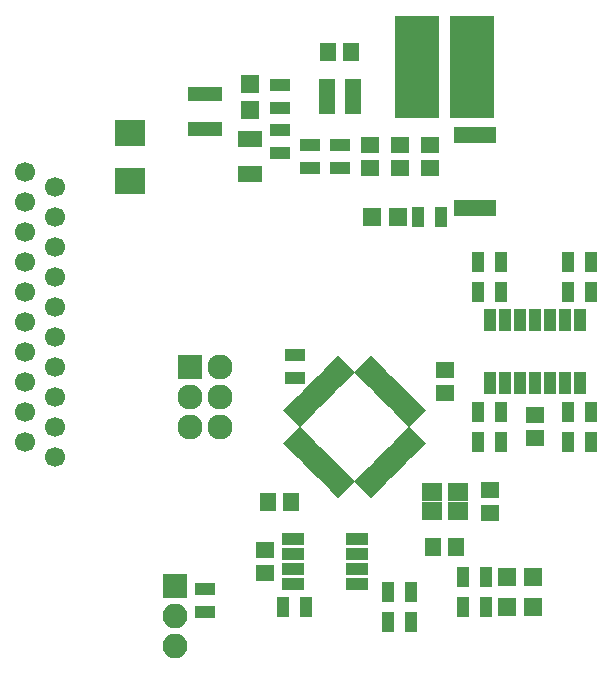
<source format=gbr>
G04 #@! TF.FileFunction,Soldermask,Top*
%FSLAX46Y46*%
G04 Gerber Fmt 4.6, Leading zero omitted, Abs format (unit mm)*
G04 Created by KiCad (PCBNEW 4.0.7-e2-6376~58~ubuntu16.04.1) date Mon Feb 12 21:41:58 2018*
%MOMM*%
%LPD*%
G01*
G04 APERTURE LIST*
%ADD10C,0.100000*%
%ADD11R,1.400000X1.650000*%
%ADD12R,1.650000X1.400000*%
%ADD13R,2.000000X1.400000*%
%ADD14R,1.600000X1.600000*%
%ADD15R,2.559000X2.178000*%
%ADD16R,2.900000X1.300000*%
%ADD17R,2.100000X2.100000*%
%ADD18O,2.100000X2.100000*%
%ADD19C,1.700000*%
%ADD20R,2.127200X2.127200*%
%ADD21O,2.127200X2.127200*%
%ADD22R,3.700000X8.600000*%
%ADD23R,1.100000X1.700000*%
%ADD24R,1.700000X1.100000*%
%ADD25R,3.600000X1.400000*%
%ADD26R,1.950000X1.000000*%
%ADD27R,1.460000X1.050000*%
%ADD28R,1.000000X1.900000*%
%ADD29R,1.800000X1.600000*%
G04 APERTURE END LIST*
D10*
D11*
X208550000Y-101600000D03*
X210550000Y-101600000D03*
D12*
X223520000Y-92440000D03*
X223520000Y-90440000D03*
D13*
X207010000Y-70890000D03*
X207010000Y-73890000D03*
D12*
X208280000Y-107680000D03*
X208280000Y-105680000D03*
D11*
X215630000Y-63500000D03*
X213630000Y-63500000D03*
D12*
X217170000Y-71390000D03*
X217170000Y-73390000D03*
X219710000Y-71390000D03*
X219710000Y-73390000D03*
X222250000Y-71390000D03*
X222250000Y-73390000D03*
X227330000Y-100600000D03*
X227330000Y-102600000D03*
D11*
X222520000Y-105410000D03*
X224520000Y-105410000D03*
D12*
X231140000Y-94250000D03*
X231140000Y-96250000D03*
D14*
X228770000Y-110490000D03*
X230970000Y-110490000D03*
X228770000Y-107950000D03*
X230970000Y-107950000D03*
D15*
X196850000Y-74422000D03*
X196850000Y-70358000D03*
D14*
X207010000Y-68410000D03*
X207010000Y-66210000D03*
X219540000Y-77470000D03*
X217340000Y-77470000D03*
D16*
X203200000Y-67130000D03*
X203200000Y-70030000D03*
D10*
G36*
X210543666Y-97318288D02*
X209871914Y-96646536D01*
X211286128Y-95232322D01*
X211957880Y-95904074D01*
X210543666Y-97318288D01*
X210543666Y-97318288D01*
G37*
G36*
X211109352Y-97883973D02*
X210437600Y-97212221D01*
X211851814Y-95798007D01*
X212523566Y-96469759D01*
X211109352Y-97883973D01*
X211109352Y-97883973D01*
G37*
G36*
X211675037Y-98449659D02*
X211003285Y-97777907D01*
X212417499Y-96363693D01*
X213089251Y-97035445D01*
X211675037Y-98449659D01*
X211675037Y-98449659D01*
G37*
G36*
X212240722Y-99015344D02*
X211568970Y-98343592D01*
X212983184Y-96929378D01*
X213654936Y-97601130D01*
X212240722Y-99015344D01*
X212240722Y-99015344D01*
G37*
G36*
X212806408Y-99581030D02*
X212134656Y-98909278D01*
X213548870Y-97495064D01*
X214220622Y-98166816D01*
X212806408Y-99581030D01*
X212806408Y-99581030D01*
G37*
G36*
X213372093Y-100146715D02*
X212700341Y-99474963D01*
X214114555Y-98060749D01*
X214786307Y-98732501D01*
X213372093Y-100146715D01*
X213372093Y-100146715D01*
G37*
G36*
X213937779Y-100712400D02*
X213266027Y-100040648D01*
X214680241Y-98626434D01*
X215351993Y-99298186D01*
X213937779Y-100712400D01*
X213937779Y-100712400D01*
G37*
G36*
X214503464Y-101278086D02*
X213831712Y-100606334D01*
X215245926Y-99192120D01*
X215917678Y-99863872D01*
X214503464Y-101278086D01*
X214503464Y-101278086D01*
G37*
G36*
X217968288Y-100606334D02*
X217296536Y-101278086D01*
X215882322Y-99863872D01*
X216554074Y-99192120D01*
X217968288Y-100606334D01*
X217968288Y-100606334D01*
G37*
G36*
X218533973Y-100040648D02*
X217862221Y-100712400D01*
X216448007Y-99298186D01*
X217119759Y-98626434D01*
X218533973Y-100040648D01*
X218533973Y-100040648D01*
G37*
G36*
X219099659Y-99474963D02*
X218427907Y-100146715D01*
X217013693Y-98732501D01*
X217685445Y-98060749D01*
X219099659Y-99474963D01*
X219099659Y-99474963D01*
G37*
G36*
X219665344Y-98909278D02*
X218993592Y-99581030D01*
X217579378Y-98166816D01*
X218251130Y-97495064D01*
X219665344Y-98909278D01*
X219665344Y-98909278D01*
G37*
G36*
X220231030Y-98343592D02*
X219559278Y-99015344D01*
X218145064Y-97601130D01*
X218816816Y-96929378D01*
X220231030Y-98343592D01*
X220231030Y-98343592D01*
G37*
G36*
X220796715Y-97777907D02*
X220124963Y-98449659D01*
X218710749Y-97035445D01*
X219382501Y-96363693D01*
X220796715Y-97777907D01*
X220796715Y-97777907D01*
G37*
G36*
X221362400Y-97212221D02*
X220690648Y-97883973D01*
X219276434Y-96469759D01*
X219948186Y-95798007D01*
X221362400Y-97212221D01*
X221362400Y-97212221D01*
G37*
G36*
X221928086Y-96646536D02*
X221256334Y-97318288D01*
X219842120Y-95904074D01*
X220513872Y-95232322D01*
X221928086Y-96646536D01*
X221928086Y-96646536D01*
G37*
G36*
X220513872Y-95267678D02*
X219842120Y-94595926D01*
X221256334Y-93181712D01*
X221928086Y-93853464D01*
X220513872Y-95267678D01*
X220513872Y-95267678D01*
G37*
G36*
X219948186Y-94701993D02*
X219276434Y-94030241D01*
X220690648Y-92616027D01*
X221362400Y-93287779D01*
X219948186Y-94701993D01*
X219948186Y-94701993D01*
G37*
G36*
X219382501Y-94136307D02*
X218710749Y-93464555D01*
X220124963Y-92050341D01*
X220796715Y-92722093D01*
X219382501Y-94136307D01*
X219382501Y-94136307D01*
G37*
G36*
X218816816Y-93570622D02*
X218145064Y-92898870D01*
X219559278Y-91484656D01*
X220231030Y-92156408D01*
X218816816Y-93570622D01*
X218816816Y-93570622D01*
G37*
G36*
X218251130Y-93004936D02*
X217579378Y-92333184D01*
X218993592Y-90918970D01*
X219665344Y-91590722D01*
X218251130Y-93004936D01*
X218251130Y-93004936D01*
G37*
G36*
X217685445Y-92439251D02*
X217013693Y-91767499D01*
X218427907Y-90353285D01*
X219099659Y-91025037D01*
X217685445Y-92439251D01*
X217685445Y-92439251D01*
G37*
G36*
X217119759Y-91873566D02*
X216448007Y-91201814D01*
X217862221Y-89787600D01*
X218533973Y-90459352D01*
X217119759Y-91873566D01*
X217119759Y-91873566D01*
G37*
G36*
X216554074Y-91307880D02*
X215882322Y-90636128D01*
X217296536Y-89221914D01*
X217968288Y-89893666D01*
X216554074Y-91307880D01*
X216554074Y-91307880D01*
G37*
G36*
X215917678Y-90636128D02*
X215245926Y-91307880D01*
X213831712Y-89893666D01*
X214503464Y-89221914D01*
X215917678Y-90636128D01*
X215917678Y-90636128D01*
G37*
G36*
X215351993Y-91201814D02*
X214680241Y-91873566D01*
X213266027Y-90459352D01*
X213937779Y-89787600D01*
X215351993Y-91201814D01*
X215351993Y-91201814D01*
G37*
G36*
X214786307Y-91767499D02*
X214114555Y-92439251D01*
X212700341Y-91025037D01*
X213372093Y-90353285D01*
X214786307Y-91767499D01*
X214786307Y-91767499D01*
G37*
G36*
X214220622Y-92333184D02*
X213548870Y-93004936D01*
X212134656Y-91590722D01*
X212806408Y-90918970D01*
X214220622Y-92333184D01*
X214220622Y-92333184D01*
G37*
G36*
X213654936Y-92898870D02*
X212983184Y-93570622D01*
X211568970Y-92156408D01*
X212240722Y-91484656D01*
X213654936Y-92898870D01*
X213654936Y-92898870D01*
G37*
G36*
X213089251Y-93464555D02*
X212417499Y-94136307D01*
X211003285Y-92722093D01*
X211675037Y-92050341D01*
X213089251Y-93464555D01*
X213089251Y-93464555D01*
G37*
G36*
X212523566Y-94030241D02*
X211851814Y-94701993D01*
X210437600Y-93287779D01*
X211109352Y-92616027D01*
X212523566Y-94030241D01*
X212523566Y-94030241D01*
G37*
G36*
X211957880Y-94595926D02*
X211286128Y-95267678D01*
X209871914Y-93853464D01*
X210543666Y-93181712D01*
X211957880Y-94595926D01*
X211957880Y-94595926D01*
G37*
D17*
X200660000Y-108712000D03*
D18*
X200660000Y-111252000D03*
X200660000Y-113792000D03*
D19*
X187960000Y-78740000D03*
X187960000Y-76200000D03*
X187960000Y-73660000D03*
X187960000Y-81280000D03*
X190500000Y-74930000D03*
X190500000Y-77470000D03*
X190500000Y-80010000D03*
X190500000Y-82550000D03*
X187960000Y-83820000D03*
X190500000Y-85090000D03*
X187960000Y-86360000D03*
X190500000Y-87630000D03*
X187960000Y-88900000D03*
X190500000Y-90170000D03*
X187960000Y-91440000D03*
X190500000Y-92710000D03*
X187960000Y-93980000D03*
X190500000Y-95250000D03*
X187960000Y-96520000D03*
X190500000Y-97790000D03*
D20*
X201930000Y-90170000D03*
D21*
X204470000Y-90170000D03*
X201930000Y-92710000D03*
X204470000Y-92710000D03*
X201930000Y-95250000D03*
X204470000Y-95250000D03*
D22*
X221170000Y-64770000D03*
X225870000Y-64770000D03*
D23*
X227010000Y-110490000D03*
X225110000Y-110490000D03*
X227010000Y-107950000D03*
X225110000Y-107950000D03*
D24*
X203200000Y-109032000D03*
X203200000Y-110932000D03*
X209550000Y-68260000D03*
X209550000Y-66360000D03*
D23*
X209870000Y-110490000D03*
X211770000Y-110490000D03*
D24*
X209550000Y-70170000D03*
X209550000Y-72070000D03*
X212090000Y-71440000D03*
X212090000Y-73340000D03*
X214630000Y-71440000D03*
X214630000Y-73340000D03*
D25*
X226060000Y-76760000D03*
X226060000Y-70560000D03*
D23*
X220660000Y-111760000D03*
X218760000Y-111760000D03*
X220660000Y-109220000D03*
X218760000Y-109220000D03*
X223200000Y-77470000D03*
X221300000Y-77470000D03*
D24*
X210820000Y-89220000D03*
X210820000Y-91120000D03*
D23*
X226380000Y-83820000D03*
X228280000Y-83820000D03*
X226380000Y-81280000D03*
X228280000Y-81280000D03*
X235900000Y-83820000D03*
X234000000Y-83820000D03*
X235900000Y-81280000D03*
X234000000Y-81280000D03*
X235900000Y-93980000D03*
X234000000Y-93980000D03*
X235900000Y-96520000D03*
X234000000Y-96520000D03*
X226380000Y-93980000D03*
X228280000Y-93980000D03*
X226380000Y-96520000D03*
X228280000Y-96520000D03*
D26*
X210660000Y-104775000D03*
X210660000Y-106045000D03*
X210660000Y-107315000D03*
X210660000Y-108585000D03*
X216060000Y-108585000D03*
X216060000Y-107315000D03*
X216060000Y-106045000D03*
X216060000Y-104775000D03*
D27*
X213530000Y-66360000D03*
X213530000Y-67310000D03*
X213530000Y-68260000D03*
X215730000Y-68260000D03*
X215730000Y-66360000D03*
X215730000Y-67310000D03*
D28*
X227330000Y-91600000D03*
X228600000Y-91600000D03*
X229870000Y-91600000D03*
X231140000Y-91600000D03*
X232410000Y-91600000D03*
X233680000Y-91600000D03*
X234950000Y-91600000D03*
X234950000Y-86200000D03*
X233680000Y-86200000D03*
X232410000Y-86200000D03*
X231140000Y-86200000D03*
X229870000Y-86200000D03*
X228600000Y-86200000D03*
X227330000Y-86200000D03*
D29*
X224620000Y-100800000D03*
X222420000Y-100800000D03*
X222420000Y-102400000D03*
X224620000Y-102400000D03*
M02*

</source>
